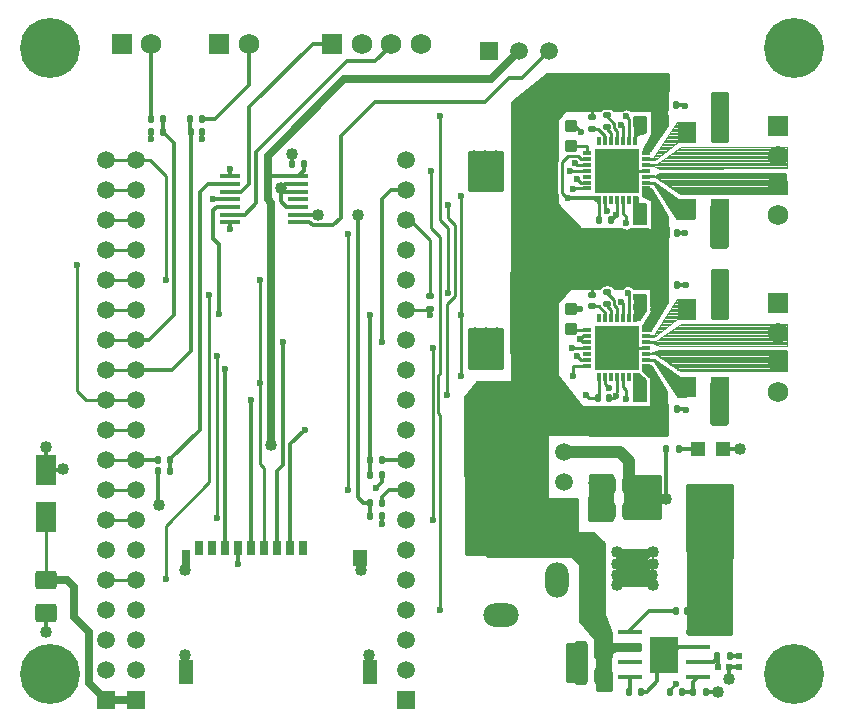
<source format=gbr>
G04 DipTrace 4.1.0.0*
G04 1 - Top.gbr*
%MOIN*%
G04 #@! TF.FileFunction,Copper,L1,Top*
G04 #@! TF.Part,Single*
%AMOUTLINE0*
4,1,28,
0.047441,-0.027165,
-0.047441,-0.027165,
-0.049988,-0.02683,
-0.052362,-0.025847,
-0.054401,-0.024283,
-0.055965,-0.022244,
-0.056948,-0.01987,
-0.057283,-0.017323,
-0.057283,0.017323,
-0.056948,0.01987,
-0.055965,0.022244,
-0.054401,0.024283,
-0.052362,0.025847,
-0.049988,0.02683,
-0.047441,0.027165,
0.047441,0.027165,
0.049988,0.02683,
0.052362,0.025847,
0.054401,0.024283,
0.055965,0.022244,
0.056948,0.01987,
0.057283,0.017323,
0.057283,-0.017323,
0.056948,-0.01987,
0.055965,-0.022244,
0.054401,-0.024283,
0.052362,-0.025847,
0.049988,-0.02683,
0.047441,-0.027165,
0*%
%AMOUTLINE3*
4,1,28,
-0.047441,0.027165,
0.047441,0.027165,
0.049988,0.02683,
0.052362,0.025847,
0.054401,0.024283,
0.055965,0.022244,
0.056948,0.01987,
0.057283,0.017323,
0.057283,-0.017323,
0.056948,-0.01987,
0.055965,-0.022244,
0.054401,-0.024283,
0.052362,-0.025847,
0.049988,-0.02683,
0.047441,-0.027165,
-0.047441,-0.027165,
-0.049988,-0.02683,
-0.052362,-0.025847,
-0.054401,-0.024283,
-0.055965,-0.022244,
-0.056948,-0.01987,
-0.057283,-0.017323,
-0.057283,0.017323,
-0.056948,0.01987,
-0.055965,0.022244,
-0.054401,0.024283,
-0.052362,0.025847,
-0.049988,0.02683,
-0.047441,0.027165,
0*%
%AMOUTLINE6*
4,1,28,
0.005315,-0.012008,
-0.005315,-0.012008,
-0.006742,-0.01182,
-0.008071,-0.011269,
-0.009212,-0.010394,
-0.010088,-0.009252,
-0.010639,-0.007923,
-0.010827,-0.006496,
-0.010827,0.006496,
-0.010639,0.007923,
-0.010088,0.009252,
-0.009212,0.010394,
-0.008071,0.011269,
-0.006742,0.01182,
-0.005315,0.012008,
0.005315,0.012008,
0.006742,0.01182,
0.008071,0.011269,
0.009212,0.010394,
0.010088,0.009252,
0.010639,0.007923,
0.010827,0.006496,
0.010827,-0.006496,
0.010639,-0.007923,
0.010088,-0.009252,
0.009212,-0.010394,
0.008071,-0.011269,
0.006742,-0.01182,
0.005315,-0.012008,
0*%
%AMOUTLINE9*
4,1,28,
-0.005315,0.012008,
0.005315,0.012008,
0.006742,0.01182,
0.008071,0.011269,
0.009212,0.010394,
0.010088,0.009252,
0.010639,0.007923,
0.010827,0.006496,
0.010827,-0.006496,
0.010639,-0.007923,
0.010088,-0.009252,
0.009212,-0.010394,
0.008071,-0.011269,
0.006742,-0.01182,
0.005315,-0.012008,
-0.005315,-0.012008,
-0.006742,-0.01182,
-0.008071,-0.011269,
-0.009212,-0.010394,
-0.010088,-0.009252,
-0.010639,-0.007923,
-0.010827,-0.006496,
-0.010827,0.006496,
-0.010639,0.007923,
-0.010088,0.009252,
-0.009212,0.010394,
-0.008071,0.011269,
-0.006742,0.01182,
-0.005315,0.012008,
0*%
%AMOUTLINE12*
4,1,28,
-0.012008,-0.005315,
-0.012008,0.005315,
-0.01182,0.006742,
-0.011269,0.008071,
-0.010394,0.009212,
-0.009252,0.010088,
-0.007923,0.010639,
-0.006496,0.010827,
0.006496,0.010827,
0.007923,0.010639,
0.009252,0.010088,
0.010394,0.009212,
0.011269,0.008071,
0.01182,0.006742,
0.012008,0.005315,
0.012008,-0.005315,
0.01182,-0.006742,
0.011269,-0.008071,
0.010394,-0.009212,
0.009252,-0.010088,
0.007923,-0.010639,
0.006496,-0.010827,
-0.006496,-0.010827,
-0.007923,-0.010639,
-0.009252,-0.010088,
-0.010394,-0.009212,
-0.011269,-0.008071,
-0.01182,-0.006742,
-0.012008,-0.005315,
0*%
%AMOUTLINE15*
4,1,28,
0.012008,0.005315,
0.012008,-0.005315,
0.01182,-0.006742,
0.011269,-0.008071,
0.010394,-0.009212,
0.009252,-0.010088,
0.007923,-0.010639,
0.006496,-0.010827,
-0.006496,-0.010827,
-0.007923,-0.010639,
-0.009252,-0.010088,
-0.010394,-0.009212,
-0.011269,-0.008071,
-0.01182,-0.006742,
-0.012008,-0.005315,
-0.012008,0.005315,
-0.01182,0.006742,
-0.011269,0.008071,
-0.010394,0.009212,
-0.009252,0.010088,
-0.007923,0.010639,
-0.006496,0.010827,
0.006496,0.010827,
0.007923,0.010639,
0.009252,0.010088,
0.010394,0.009212,
0.011269,0.008071,
0.01182,0.006742,
0.012008,0.005315,
0*%
%AMOUTLINE18*
4,1,28,
-0.009843,0.021654,
0.009843,0.021654,
0.01239,0.021318,
0.014764,0.020335,
0.016802,0.018771,
0.018366,0.016732,
0.01935,0.014358,
0.019685,0.011811,
0.019685,-0.011811,
0.01935,-0.014358,
0.018366,-0.016732,
0.016802,-0.018771,
0.014764,-0.020335,
0.01239,-0.021318,
0.009843,-0.021654,
-0.009843,-0.021654,
-0.01239,-0.021318,
-0.014764,-0.020335,
-0.016802,-0.018771,
-0.018366,-0.016732,
-0.01935,-0.014358,
-0.019685,-0.011811,
-0.019685,0.011811,
-0.01935,0.014358,
-0.018366,0.016732,
-0.016802,0.018771,
-0.014764,0.020335,
-0.01239,0.021318,
-0.009843,0.021654,
0*%
%AMOUTLINE21*
4,1,28,
0.025984,-0.031496,
-0.025984,-0.031496,
-0.02843,-0.031174,
-0.030709,-0.03023,
-0.032666,-0.028729,
-0.034167,-0.026772,
-0.035111,-0.024493,
-0.035433,-0.022047,
-0.035433,0.022047,
-0.035111,0.024493,
-0.034167,0.026772,
-0.032666,0.028729,
-0.030709,0.03023,
-0.02843,0.031174,
-0.025984,0.031496,
0.025984,0.031496,
0.02843,0.031174,
0.030709,0.03023,
0.032666,0.028729,
0.034167,0.026772,
0.035111,0.024493,
0.035433,0.022047,
0.035433,-0.022047,
0.035111,-0.024493,
0.034167,-0.026772,
0.032666,-0.028729,
0.030709,-0.03023,
0.02843,-0.031174,
0.025984,-0.031496,
0*%
%AMOUTLINE24*
4,1,28,
-0.012008,0.028937,
0.012008,0.028937,
0.014555,0.028602,
0.016929,0.027618,
0.018968,0.026054,
0.020532,0.024016,
0.021515,0.021642,
0.02185,0.019094,
0.02185,-0.019094,
0.021515,-0.021642,
0.020532,-0.024016,
0.018968,-0.026054,
0.016929,-0.027618,
0.014555,-0.028602,
0.012008,-0.028937,
-0.012008,-0.028937,
-0.014555,-0.028602,
-0.016929,-0.027618,
-0.018968,-0.026054,
-0.020532,-0.024016,
-0.021515,-0.021642,
-0.02185,-0.019094,
-0.02185,0.019094,
-0.021515,0.021642,
-0.020532,0.024016,
-0.018968,0.026054,
-0.016929,0.027618,
-0.014555,0.028602,
-0.012008,0.028937,
0*%
%AMOUTLINE27*
4,1,28,
0.012008,-0.028937,
-0.012008,-0.028937,
-0.014555,-0.028602,
-0.016929,-0.027618,
-0.018968,-0.026054,
-0.020532,-0.024016,
-0.021515,-0.021642,
-0.02185,-0.019094,
-0.02185,0.019094,
-0.021515,0.021642,
-0.020532,0.024016,
-0.018968,0.026054,
-0.016929,0.027618,
-0.014555,0.028602,
-0.012008,0.028937,
0.012008,0.028937,
0.014555,0.028602,
0.016929,0.027618,
0.018968,0.026054,
0.020532,0.024016,
0.021515,0.021642,
0.02185,0.019094,
0.02185,-0.019094,
0.021515,-0.021642,
0.020532,-0.024016,
0.018968,-0.026054,
0.016929,-0.027618,
0.014555,-0.028602,
0.012008,-0.028937,
0*%
%AMOUTLINE30*
4,1,28,
0.004921,-0.011614,
-0.004921,-0.011614,
-0.006144,-0.011453,
-0.007283,-0.010981,
-0.008262,-0.01023,
-0.009013,-0.009252,
-0.009485,-0.008113,
-0.009646,-0.00689,
-0.009646,0.00689,
-0.009485,0.008113,
-0.009013,0.009252,
-0.008262,0.01023,
-0.007283,0.010981,
-0.006144,0.011453,
-0.004921,0.011614,
0.004921,0.011614,
0.006144,0.011453,
0.007283,0.010981,
0.008262,0.01023,
0.009013,0.009252,
0.009485,0.008113,
0.009646,0.00689,
0.009646,-0.00689,
0.009485,-0.008113,
0.009013,-0.009252,
0.008262,-0.01023,
0.007283,-0.010981,
0.006144,-0.011453,
0.004921,-0.011614,
0*%
%AMOUTLINE33*
4,1,28,
-0.004921,0.011614,
0.004921,0.011614,
0.006144,0.011453,
0.007283,0.010981,
0.008262,0.01023,
0.009013,0.009252,
0.009485,0.008113,
0.009646,0.00689,
0.009646,-0.00689,
0.009485,-0.008113,
0.009013,-0.009252,
0.008262,-0.01023,
0.007283,-0.010981,
0.006144,-0.011453,
0.004921,-0.011614,
-0.004921,-0.011614,
-0.006144,-0.011453,
-0.007283,-0.010981,
-0.008262,-0.01023,
-0.009013,-0.009252,
-0.009485,-0.008113,
-0.009646,-0.00689,
-0.009646,0.00689,
-0.009485,0.008113,
-0.009013,0.009252,
-0.008262,0.01023,
-0.007283,0.010981,
-0.006144,0.011453,
-0.004921,0.011614,
0*%
%AMOUTLINE36*
4,1,28,
-0.011614,-0.004921,
-0.011614,0.004921,
-0.011453,0.006144,
-0.010981,0.007283,
-0.01023,0.008262,
-0.009252,0.009013,
-0.008113,0.009485,
-0.00689,0.009646,
0.00689,0.009646,
0.008113,0.009485,
0.009252,0.009013,
0.01023,0.008262,
0.010981,0.007283,
0.011453,0.006144,
0.011614,0.004921,
0.011614,-0.004921,
0.011453,-0.006144,
0.010981,-0.007283,
0.01023,-0.008262,
0.009252,-0.009013,
0.008113,-0.009485,
0.00689,-0.009646,
-0.00689,-0.009646,
-0.008113,-0.009485,
-0.009252,-0.009013,
-0.01023,-0.008262,
-0.010981,-0.007283,
-0.011453,-0.006144,
-0.011614,-0.004921,
0*%
%AMOUTLINE39*
4,1,28,
0.011614,0.004921,
0.011614,-0.004921,
0.011453,-0.006144,
0.010981,-0.007283,
0.01023,-0.008262,
0.009252,-0.009013,
0.008113,-0.009485,
0.00689,-0.009646,
-0.00689,-0.009646,
-0.008113,-0.009485,
-0.009252,-0.009013,
-0.01023,-0.008262,
-0.010981,-0.007283,
-0.011453,-0.006144,
-0.011614,-0.004921,
-0.011614,0.004921,
-0.011453,0.006144,
-0.010981,0.007283,
-0.01023,0.008262,
-0.009252,0.009013,
-0.008113,0.009485,
-0.00689,0.009646,
0.00689,0.009646,
0.008113,0.009485,
0.009252,0.009013,
0.01023,0.008262,
0.010981,0.007283,
0.011453,0.006144,
0.011614,0.004921,
0*%
%AMOUTLINE42*
4,1,28,
0.012205,0.005315,
0.012205,-0.005315,
0.01203,-0.00664,
0.011519,-0.007874,
0.010706,-0.008934,
0.009646,-0.009747,
0.008411,-0.010259,
0.007087,-0.010433,
-0.007087,-0.010433,
-0.008411,-0.010259,
-0.009646,-0.009747,
-0.010706,-0.008934,
-0.011519,-0.007874,
-0.01203,-0.00664,
-0.012205,-0.005315,
-0.012205,0.005315,
-0.01203,0.00664,
-0.011519,0.007874,
-0.010706,0.008934,
-0.009646,0.009747,
-0.008411,0.010259,
-0.007087,0.010433,
0.007087,0.010433,
0.008411,0.010259,
0.009646,0.009747,
0.010706,0.008934,
0.011519,0.007874,
0.01203,0.00664,
0.012205,0.005315,
0*%
%AMOUTLINE45*
4,1,28,
-0.012205,-0.005315,
-0.012205,0.005315,
-0.01203,0.00664,
-0.011519,0.007874,
-0.010706,0.008934,
-0.009646,0.009747,
-0.008411,0.010259,
-0.007087,0.010433,
0.007087,0.010433,
0.008411,0.010259,
0.009646,0.009747,
0.010706,0.008934,
0.011519,0.007874,
0.01203,0.00664,
0.012205,0.005315,
0.012205,-0.005315,
0.01203,-0.00664,
0.011519,-0.007874,
0.010706,-0.008934,
0.009646,-0.009747,
0.008411,-0.010259,
0.007087,-0.010433,
-0.007087,-0.010433,
-0.008411,-0.010259,
-0.009646,-0.009747,
-0.010706,-0.008934,
-0.011519,-0.007874,
-0.01203,-0.00664,
-0.012205,-0.005315,
0*%
%AMOUTLINE48*
4,1,28,
0.005315,-0.012205,
-0.005315,-0.012205,
-0.00664,-0.01203,
-0.007874,-0.011519,
-0.008934,-0.010706,
-0.009747,-0.009646,
-0.010259,-0.008411,
-0.010433,-0.007087,
-0.010433,0.007087,
-0.010259,0.008411,
-0.009747,0.009646,
-0.008934,0.010706,
-0.007874,0.011519,
-0.00664,0.01203,
-0.005315,0.012205,
0.005315,0.012205,
0.00664,0.01203,
0.007874,0.011519,
0.008934,0.010706,
0.009747,0.009646,
0.010259,0.008411,
0.010433,0.007087,
0.010433,-0.007087,
0.010259,-0.008411,
0.009747,-0.009646,
0.008934,-0.010706,
0.007874,-0.011519,
0.00664,-0.01203,
0.005315,-0.012205,
0*%
%AMOUTLINE51*
4,1,28,
-0.005315,0.012205,
0.005315,0.012205,
0.00664,0.01203,
0.007874,0.011519,
0.008934,0.010706,
0.009747,0.009646,
0.010259,0.008411,
0.010433,0.007087,
0.010433,-0.007087,
0.010259,-0.008411,
0.009747,-0.009646,
0.008934,-0.010706,
0.007874,-0.011519,
0.00664,-0.01203,
0.005315,-0.012205,
-0.005315,-0.012205,
-0.00664,-0.01203,
-0.007874,-0.011519,
-0.008934,-0.010706,
-0.009747,-0.009646,
-0.010259,-0.008411,
-0.010433,-0.007087,
-0.010433,0.007087,
-0.010259,0.008411,
-0.009747,0.009646,
-0.008934,0.010706,
-0.007874,0.011519,
-0.00664,0.01203,
-0.005315,0.012205,
0*%
G04 #@! TA.AperFunction,CopperBalancing*
%ADD13C,0.004724*%
%ADD16C,0.01*%
G04 #@! TA.AperFunction,Conductor*
%ADD17C,0.012*%
%ADD18C,0.009*%
G04 #@! TA.AperFunction,ViaPad*
%ADD19C,0.04*%
G04 #@! TA.AperFunction,CopperBalancing*
%ADD20C,0.025*%
%ADD21C,0.013*%
%ADD22C,0.008*%
%ADD23C,0.005906*%
%ADD24C,0.012008*%
%ADD25C,0.00472*%
%ADD27R,0.066929X0.098425*%
%ADD28R,0.098425X0.129921*%
G04 #@! TA.AperFunction,ComponentPad*
%ADD29R,0.059055X0.059055*%
%ADD30C,0.059055*%
%ADD31R,0.068898X0.068898*%
%ADD32C,0.068898*%
%ADD33O,0.11811X0.07874*%
%ADD34O,0.07874X0.11811*%
%ADD35R,0.074803X0.098425*%
%ADD36R,0.047244X0.047244*%
G04 #@! TA.AperFunction,ComponentPad*
%ADD37C,0.2*%
%ADD38R,0.062992X0.070866*%
%ADD39R,0.027559X0.051181*%
%ADD40R,0.047244X0.07874*%
%ADD41R,0.047244X0.055118*%
%ADD42R,0.031496X0.055118*%
%ADD45R,0.011811X0.027559*%
%ADD46R,0.027559X0.011811*%
%ADD47R,0.145669X0.145669*%
%ADD48R,0.084646X0.017717*%
%ADD49R,0.094488X0.122047*%
%ADD50R,0.070866X0.015748*%
G04 #@! TA.AperFunction,ViaPad*
%ADD51C,0.023622*%
%ADD108OUTLINE0*%
%ADD111OUTLINE3*%
%ADD114OUTLINE6*%
%ADD117OUTLINE9*%
%ADD120OUTLINE12*%
%ADD123OUTLINE15*%
%ADD126OUTLINE18*%
%ADD129OUTLINE21*%
%ADD132OUTLINE24*%
%ADD135OUTLINE27*%
%ADD138OUTLINE30*%
%ADD141OUTLINE33*%
%ADD144OUTLINE36*%
%ADD147OUTLINE39*%
%ADD150OUTLINE42*%
%ADD153OUTLINE45*%
%ADD156OUTLINE48*%
%ADD159OUTLINE51*%
%FSLAX26Y26*%
G04*
G70*
G90*
G75*
G01*
G04 Top*
%LPD*%
X2362028Y2109335D2*
D16*
X2351028D1*
D17*
Y2116016D1*
X2256516D1*
X1857516Y2094516D2*
D16*
Y2050516D1*
X1881516Y2026516D1*
Y1790016D1*
X1855516Y1764016D1*
Y1460016D1*
X2317266D2*
X2327017Y1450265D1*
X2357836D1*
X2362028Y2109335D2*
D18*
Y2044016D1*
X2362224D1*
X2357836Y1450265D2*
X2362028D1*
Y1518783D1*
X719016Y2244016D2*
D16*
X819016D1*
X2322656Y2247131D2*
D18*
X2302882D1*
X2292497Y2257516D1*
X2258898D1*
X2238398Y2237016D1*
Y2133134D1*
X2255516Y2116016D1*
X2256516D1*
X1245360Y950899D2*
D16*
Y1217672D1*
X1231516Y1231516D1*
Y1499016D1*
Y1843516D1*
X917266D2*
Y2191265D1*
X864516Y2244016D1*
X819016D1*
X2531119Y1112814D2*
D17*
X2585126Y1112227D1*
X2598320Y470713D2*
D16*
Y479320D1*
X2617016Y498016D1*
X2244009Y1269016D2*
D19*
X2431516D1*
X2461333Y1239198D1*
Y1161180D1*
X2585126Y1112227D2*
D17*
Y1280402D1*
X2586240Y1281516D1*
X1376693Y2231516D2*
Y2208042D1*
X1358189Y2189538D1*
X519016Y1210247D2*
Y1287766D1*
Y1210247D2*
X572745D1*
X575265Y1212766D1*
X1269016Y1294016D2*
D20*
Y2100266D1*
X1256516Y2112766D1*
Y2189538D1*
Y2256516D1*
X1512516Y2512516D1*
X2000516D1*
X2094016Y2606016D1*
X1358189Y2189538D2*
D17*
X1256516D1*
X2476001Y883286D2*
X2481917D1*
X2539885Y825319D1*
X2476001Y883286D2*
X2516675D1*
X2539484Y860476D1*
X2476001Y883286D2*
X2526037D1*
X2540251Y897500D1*
X2476001Y883286D2*
X2487749D1*
X2540068Y935605D1*
X2476001Y883286D2*
X2472979D1*
X2420451Y935814D1*
X2476001Y883286D2*
X2435056D1*
X2420634Y897709D1*
X2476001Y883286D2*
X2442469D1*
X2419867Y860685D1*
X2476001Y883286D2*
Y881261D1*
X2420268Y825528D1*
X2577677Y594705D2*
X2559533D1*
X2556031Y591203D1*
Y554849D1*
X2556253Y554627D1*
X2598276D1*
X2599068Y555420D1*
Y592165D1*
X2599337Y592434D1*
Y630790D1*
X2600946Y632399D1*
X2558505D1*
X2556919Y633986D1*
X2299890Y610681D2*
X2281727D1*
X2272043Y600997D1*
X2299890Y523126D2*
X2279933D1*
X2275457Y527602D1*
Y564909D1*
X2273751Y566615D1*
X2394404Y1161180D2*
X2350437D1*
X2346093Y1165524D1*
X2394404Y1161180D2*
X2390432D1*
X2346388Y1117136D1*
X2394404Y1074566D2*
X2349550D1*
X2349339Y1074354D1*
X2716835Y470804D2*
X2754727D1*
X2756516Y469016D1*
X2501791Y470713D2*
X2520713D1*
X2556253Y506253D1*
Y554627D1*
X2829008Y554077D2*
X2795308D1*
X2794623Y553392D1*
Y513130D1*
X2795694Y512059D1*
X2268516Y1746231D2*
X2298197D1*
X2298681Y1746715D1*
X2269016Y2357962D2*
X2280071D1*
X2300266Y2337766D1*
X2519504Y2207761D2*
D18*
X2425018D1*
X2421083Y2203825D1*
X2774594Y1281516D2*
D17*
X2831516D1*
X1358189Y2163948D2*
X1313946D1*
X1300265Y2150266D1*
X1358189Y2138357D2*
X1312175D1*
X1300265Y2150266D1*
X1358189Y2087176D2*
X1319605D1*
X1300265Y2106516D1*
Y2150266D1*
X1338110Y2231516D2*
Y2262421D1*
X1337766Y2262765D1*
X1158745Y950896D2*
Y896245D1*
X985524Y535539D2*
Y590008D1*
X981516Y594016D1*
X1596547Y535550D2*
Y591484D1*
X1594016Y594016D1*
X1563470Y917440D2*
Y880811D1*
X1569016Y875265D1*
X985517Y917429D2*
Y879266D1*
X981516Y875265D1*
X892491Y1206516D2*
Y1095541D1*
X894016Y1094016D1*
X2621476Y1825873D2*
X2648997D1*
X2649976Y1826852D1*
X2621476Y1412487D2*
X2651909D1*
X2652681Y1411715D1*
X2621476Y1999101D2*
X2647461D1*
X2649429Y2001070D1*
X2619609Y2427407D2*
X2646320D1*
X2649429Y2424298D1*
X868474Y2337766D2*
Y2313308D1*
X869016Y2312766D1*
X1038701Y2337766D2*
Y2313701D1*
X1037766Y2312766D1*
X1129843Y2189538D2*
Y2211093D1*
X1131516Y2212766D1*
X1129843Y2112766D2*
X1075265D1*
X1129850Y2035995D2*
Y2014432D1*
X1131516Y2012766D1*
X519016Y732648D2*
Y669016D1*
X1639291Y1056516D2*
Y1033041D1*
X1637766Y1031516D1*
X1639291Y1194016D2*
Y1170541D1*
X1619016Y1150265D1*
X2519504Y1617210D2*
D18*
X2421083D1*
X2690866Y619705D2*
D17*
X2626608D1*
X2599337Y592434D1*
X2396419Y1450265D2*
D18*
X2412462D1*
X2419469Y1457272D1*
X2421083Y1518783D2*
Y1469375D1*
X2419469Y1467761D1*
Y1457272D1*
X2322656Y1577840D2*
X2300988D1*
X2289215Y1589613D1*
X2322656Y1636895D2*
X2308635D1*
X2298592Y1646938D1*
X2322656Y1656580D2*
X2308234D1*
X2298592Y1646938D1*
X2440768Y1715631D2*
Y1766764D1*
X2436016Y1771516D1*
X2400807Y2044016D2*
X2401306D1*
X2417010Y2059720D1*
X2421083Y2109335D2*
Y2063793D1*
X2417010Y2059720D1*
X2322656Y2168391D2*
X2299906D1*
X2288643Y2179654D1*
X2322656Y2227446D2*
X2287955D1*
X2282785Y2232617D1*
X2440768Y2306182D2*
Y2356144D1*
X2436395Y2360517D1*
X719016Y1044016D2*
D16*
X819016D1*
X2381713Y1518783D2*
Y1498319D1*
X2395016Y1485016D1*
X1087765Y1590016D2*
Y1050265D1*
X719016Y1344016D2*
X819016D1*
X2440768Y1518783D2*
D18*
Y1486476D1*
X2451937Y1475307D1*
Y1447017D1*
X1288667Y950899D2*
D17*
Y1207416D1*
X1306516Y1225265D1*
Y1637766D1*
X1637765D2*
Y2112765D1*
X1669016Y2144016D1*
X1719016D1*
X1039291Y2381516D2*
X1081516D1*
X1193228Y2493228D1*
Y2631516D1*
X867490Y2381516D2*
Y2630777D1*
X868228Y2631516D1*
X2322656Y1617210D2*
D18*
X2270312D1*
X1806516Y1616016D2*
Y1044016D1*
X1719016Y1744016D2*
D16*
X1793542D1*
X1798016Y1748490D1*
D18*
Y1726516D1*
X1901016D2*
Y1522016D1*
X2275600D2*
Y1558155D1*
X2322656D1*
X1901016Y1726516D2*
Y2122016D1*
X2276378Y2146404D2*
X2274076Y2148706D1*
X2322656D1*
X1331974Y950900D2*
D17*
Y1295283D1*
X1380206Y1343516D1*
X1202052Y950898D2*
Y1442230D1*
X1200266Y1444016D1*
X2322656Y2207761D2*
D18*
X2263192D1*
X1803016Y2206516D2*
Y2017016D1*
X1831516Y1988516D1*
Y1531516D1*
X1826016Y1526016D1*
Y1400516D1*
X1831516Y1395016D1*
Y744016D1*
X1115438Y950896D2*
D17*
Y1546948D1*
X719016Y1144016D2*
D16*
X819016D1*
X2381713Y2109335D2*
D18*
Y2081319D1*
X2388766Y2074265D1*
X1525265Y1996265D2*
Y1144016D1*
X719016Y1444016D2*
D16*
X819016D1*
X2440768Y2109335D2*
D18*
Y2065608D1*
X2451745Y2054630D1*
Y2033745D1*
X621516Y1892265D2*
Y1473016D1*
X650516Y1444016D1*
X719016D1*
X2381713Y1715631D2*
Y1734319D1*
X2360608Y1755424D1*
X2338106D1*
X2464488Y669705D2*
D17*
Y676988D1*
X2527647Y740147D1*
X2616486D1*
X719016Y1244016D2*
D16*
X819016D1*
D17*
X892491D1*
X2638871Y470713D2*
X2676192D1*
X2676283Y470804D1*
Y505122D1*
X2690866Y519705D1*
X2480138Y1518783D2*
D18*
Y1487302D1*
X2485269Y1482171D1*
X2508861D1*
X2509016Y1482016D1*
X2484016Y1447516D2*
X2508016D1*
X2464488Y519705D2*
D17*
Y473961D1*
X2461240Y470713D1*
X719016Y1544016D2*
D16*
X819016D1*
X998740Y2381516D2*
D17*
Y2339144D1*
X1000118Y2337766D1*
X819016Y1544016D2*
X937765D1*
X1000265Y1606516D1*
Y2337619D1*
X1000118Y2337766D1*
X2690866Y569705D2*
X2743327D1*
X2755950Y582328D1*
Y591231D1*
X2757615Y553392D2*
Y589566D1*
X2755950Y591231D1*
X2796501D2*
X2828862D1*
X2829008Y591085D1*
X1719016Y1144016D2*
X1662766D1*
X1639291Y1120541D1*
Y1100265D1*
X1358189Y2035995D2*
X1395786D1*
X1406516Y2025265D1*
X1474808D1*
X1500265Y2050722D1*
Y2324811D1*
X1613220Y2437766D1*
X1981766D1*
X2060516Y2516516D1*
X2104516D1*
X2194016Y2606016D1*
X2322656Y1676265D2*
D18*
X2271552D1*
X2268516Y1679302D1*
X1798016Y1789041D2*
D16*
Y1976516D1*
X1730516Y2044016D1*
X1719016D1*
Y1244016D2*
D17*
X1639291D1*
X2269016Y2291033D2*
D18*
X2322656D1*
Y2266816D1*
X2381713Y2306182D2*
Y2322819D1*
X2357058Y2347474D1*
X2339715D1*
X719016Y2044016D2*
D16*
X819016D1*
X719016Y1844016D2*
X819016D1*
X719016Y1644016D2*
X819016D1*
X908041Y2381516D2*
D17*
Y2338751D1*
X907056Y2337766D1*
X819016Y1644016D2*
X862766D1*
X944016Y1725265D1*
Y2300807D1*
X907056Y2337766D1*
X719016Y1744016D2*
D16*
X819016D1*
X2626791Y1281516D2*
D17*
X2691917D1*
X2401398Y1715631D2*
D18*
Y1742037D1*
X2387016Y1756419D1*
Y1765052D1*
X2421083Y1715631D2*
Y1749949D1*
X2411516Y1759516D1*
Y1776429D1*
X2387016Y1800929D1*
Y1803635D1*
X2401398Y2306182D2*
Y2332634D1*
X2386505Y2347526D1*
Y2354430D1*
X2421083Y2306182D2*
Y2340070D1*
X2412016Y2349136D1*
Y2364983D1*
X2386505Y2390493D1*
Y2393013D1*
X719016Y1944016D2*
D16*
X819016D1*
X719016Y2144016D2*
X819016D1*
X1129843Y2138357D2*
D17*
X1169608D1*
X1194016Y2162765D1*
Y2419016D1*
X1406516Y2631516D1*
X1471378D1*
X1129843Y2061585D2*
X1180336D1*
X1219016Y2100265D1*
Y2269016D1*
X1522016Y2572016D1*
X1615766D1*
X1668228Y2624478D1*
Y2631516D1*
X1598740Y1194016D2*
Y1244016D1*
Y1726791D1*
X1094016Y1731516D2*
Y1962765D1*
X1075265Y1981516D1*
Y2075265D1*
X1087176Y2087176D1*
X1129843D1*
X933042Y1244016D2*
Y1245542D1*
X1031516Y1344016D1*
Y2138491D1*
X1056972Y2163948D1*
X1129843D1*
X933042Y1206516D2*
Y1244016D1*
X1598740Y1056516D2*
Y1100265D1*
X1575266D1*
X1556516Y1119016D1*
Y2061585D1*
X1425260D2*
X1358189D1*
X719016Y444016D2*
D20*
X662766Y500265D1*
Y669014D1*
X612765Y719016D1*
Y819016D1*
X588896Y842885D1*
X519016D1*
D16*
Y1052766D1*
X719016Y444016D2*
D20*
X819016D1*
X2460453Y2306182D2*
D18*
X2461516D1*
Y2381016D1*
X2453016Y2389516D1*
X1832016D2*
Y2043016D1*
X1856516Y2018516D1*
Y1801016D1*
X2457016D2*
X2460453Y1797579D1*
Y1715631D1*
X719016Y844016D2*
D16*
X819016D1*
X1062765Y1794765D2*
Y1169014D1*
X917266Y1023516D1*
Y845766D1*
X2339715Y2386056D2*
Y2422016D1*
X2356265D1*
X2338106Y1794007D2*
D18*
Y1827726D1*
X2342253Y1831873D1*
D51*
X2256516Y2116016D3*
X1857516Y2094516D3*
X1855516Y1460016D3*
X2317266D3*
X1231516Y1499016D3*
X1855516Y1460016D3*
X1231516Y1843516D3*
X917266D3*
X2617016Y498016D3*
X1158745Y896245D3*
X1087765Y1590016D3*
Y1050265D3*
X2451937Y1447017D3*
X1306516Y1637766D3*
X1637765D3*
X2270312Y1617210D3*
X1806516Y1616016D3*
Y1044016D3*
X1798016Y1726516D3*
X1901016D3*
Y1522016D3*
X2275600D3*
X1901016Y2122016D3*
X2276378Y2146404D3*
X1901016Y1726516D3*
X1380206Y1343516D3*
X1200266Y1444016D3*
X2263192Y2207761D3*
X1803016Y2206516D3*
X1831516Y744016D3*
X1115438Y1546948D3*
X2388766Y2074265D3*
X1525265Y1996265D3*
Y1144016D3*
X2451745Y2033745D3*
X621516Y1892265D3*
X1598740Y1726791D3*
X1094016Y1731516D3*
D19*
X1556516Y2061585D3*
X1425260D3*
D51*
X2453016Y2389516D3*
X1832016D3*
X1856516Y1801016D3*
X2457016D3*
X1062765Y1794765D3*
X917266Y845766D3*
X1856516Y1801016D3*
X2485269Y1482171D3*
X2780177Y1827715D3*
X2395016Y1485016D3*
X2484016Y1447516D3*
X2747854Y1408550D3*
X2779350D3*
X2747854Y1373117D3*
X2779350D3*
X2485681Y1785715D3*
Y1752715D3*
X2509181Y1785715D3*
X2509681Y1752715D3*
X2748681Y1863148D3*
X2780177D3*
X2748681Y1827715D3*
D19*
X2585126Y1112227D3*
X2795694Y512059D3*
X2540068Y935605D3*
X2540251Y897500D3*
X2539484Y860476D3*
X2539885Y825319D3*
X2420451Y935814D3*
X2420634Y897709D3*
X2419867Y860685D3*
X2420268Y825528D3*
X2600946Y632399D3*
X2556919Y633986D3*
X2556031Y591203D3*
X2599337Y592434D3*
X2599068Y555420D3*
X2556253Y554627D3*
D51*
X2649976Y1826852D3*
X2652681Y1411715D3*
X2298681Y1746715D3*
D19*
X1947681Y1666715D3*
X1983681Y1665715D3*
X2021681D3*
D51*
X2300266Y2337766D3*
D19*
X2346093Y1165524D3*
X2346388Y1117136D3*
X2349339Y1074354D3*
X2756516Y469016D3*
X2272043Y600997D3*
X2273751Y566615D3*
X2275457Y527602D3*
X1947681Y1565715D3*
X1985681Y1564715D3*
X2023681Y1565715D3*
X1945713Y2257266D3*
X1981713Y2256266D3*
X2019713D3*
X1945713Y2156266D3*
X1983713Y2155266D3*
X2021713Y2156266D3*
X2831516Y1281516D3*
D51*
X2747854Y1999101D3*
X2779350D3*
X2747854Y1963668D3*
X2779350D3*
X2748681Y2453699D3*
X2780177D3*
X2748681Y2418266D3*
X2780177D3*
D19*
X1300265Y2150266D3*
X1337766Y2262765D3*
X981516Y594016D3*
Y875265D3*
X1569016D3*
X1594016Y594016D3*
X894016Y1094016D3*
D51*
X1637766Y1031516D3*
X2487224Y2073117D3*
X2509272Y2040833D3*
X2510059Y2072329D3*
X2486437Y2040833D3*
X2486181Y2376266D3*
X2487507Y2343266D3*
X2510681Y2376266D3*
X2510507Y2343266D3*
X1619016Y1150265D3*
D19*
X1269016Y1294016D3*
X519016Y1287766D3*
X575265Y1212766D3*
D51*
X869016Y2312766D3*
X1037766D3*
X1131516Y2212766D3*
X1075265Y2112766D3*
X1131516Y2012766D3*
D19*
X519016Y669016D3*
D51*
X2509016Y1482016D3*
X2508016Y1447516D3*
X2419469Y1457272D3*
X2289215Y1589613D3*
X2298592Y1646938D3*
X2436016Y1771516D3*
X2649429Y2001070D3*
Y2424298D3*
X2417010Y2059720D3*
X2288643Y2179654D3*
X2282785Y2232617D3*
X2436395Y2360517D3*
X2362028Y2148707D3*
Y2176266D3*
Y2203825D3*
Y2235322D3*
Y2262881D3*
X2421083Y2148707D3*
Y2176266D3*
Y2203825D3*
Y2235322D3*
Y2266818D3*
X2480138Y2148707D3*
Y2180203D3*
Y2239259D3*
Y2266818D3*
X2372041Y1568169D3*
Y1618281D3*
Y1662316D3*
X2421083Y1568169D3*
Y1618281D3*
Y1666253D3*
X2470125Y1568169D3*
X2457713Y1617211D3*
X2470125Y1666253D3*
X2658852Y1145413D2*
D21*
X2803073D1*
X2659017Y1132545D2*
X2802959D1*
X2659182Y1119676D2*
X2802845D1*
X2659348Y1106807D2*
X2802731D1*
X2659512Y1093938D2*
X2802604D1*
X2659677Y1081070D2*
X2802490D1*
X2659843Y1068201D2*
X2802375D1*
X2660008Y1055332D2*
X2802261D1*
X2660172Y1042463D2*
X2802147D1*
X2660337Y1029594D2*
X2802033D1*
X2660503Y1016726D2*
X2801919D1*
X2660668Y1003857D2*
X2801803D1*
X2660832Y990988D2*
X2801689D1*
X2660997Y978119D2*
X2801575D1*
X2661163Y965251D2*
X2801461D1*
X2661328Y952382D2*
X2801346D1*
X2661492Y939513D2*
X2801232D1*
X2661657Y926644D2*
X2801118D1*
X2661823Y913776D2*
X2801004D1*
X2661988Y900907D2*
X2800890D1*
X2662152Y888038D2*
X2800776D1*
X2662318Y875169D2*
X2800661D1*
X2662483Y862301D2*
X2800547D1*
X2662648Y849432D2*
X2800433D1*
X2662812Y836563D2*
X2800319D1*
X2662978Y823694D2*
X2800205D1*
X2663143Y810825D2*
X2800091D1*
X2663308Y797957D2*
X2799975D1*
X2663474Y785088D2*
X2799861D1*
X2663638Y772219D2*
X2799747D1*
X2663803Y759350D2*
X2799633D1*
X2663969Y746482D2*
X2799518D1*
X2664134Y733613D2*
X2799404D1*
X2664298Y720744D2*
X2799290D1*
X2664311Y707875D2*
X2799176D1*
X2664311Y695007D2*
X2799062D1*
X2664311Y682138D2*
X2798948D1*
X2664311Y669269D2*
X2798833D1*
X2663014Y719110D2*
X2657390Y1158282D1*
X2804483D1*
X2800072Y663016D1*
X2663016Y663020D1*
X2663014Y719110D1*
X2663016Y719017D2*
Y712765D1*
Y719017D1*
X2334639Y1176248D2*
X2404936D1*
X2334601Y1163379D2*
X2404911D1*
X2334551Y1150510D2*
X2404886D1*
X2334500Y1137642D2*
X2404860D1*
X2334449Y1124773D2*
X2404848D1*
X2334411Y1111904D2*
X2404822D1*
X2334361Y1099035D2*
X2404797D1*
X2334310Y1086167D2*
X2404772D1*
X2334259Y1073298D2*
X2404745D1*
X2334207Y1060429D2*
X2404720D1*
X2334169Y1047560D2*
X2404696D1*
X2406262Y1189094D2*
X2333392Y1188845D1*
X2332849Y1043280D1*
X2405991Y1042021D1*
X2406261Y1189096D1*
X2360286Y615493D2*
X2496256D1*
X2360286Y602625D2*
X2403846D1*
X2360286Y589756D2*
X2398438D1*
X2360286Y576887D2*
X2398465D1*
X2360286Y564018D2*
X2398503D1*
X2360286Y551150D2*
X2398541D1*
X2360286Y538281D2*
X2398579D1*
X2360286Y525412D2*
X2398604D1*
X2360286Y512543D2*
X2398642D1*
X2360286Y499675D2*
X2398680D1*
X2360286Y486806D2*
X2398705D1*
X2418579Y610207D2*
X2402891Y601346D1*
X2400564Y598966D1*
X2399720Y595747D1*
X2400042Y476556D1*
X2358980Y476766D1*
X2358986Y628362D1*
X2497555Y628357D1*
X2497556Y611047D1*
X2421777D1*
X2418579Y610207D1*
X2259636Y613327D2*
X2318025D1*
X2259661Y600458D2*
X2317949D1*
X2259686Y587589D2*
X2317885D1*
X2259713Y574720D2*
X2317808D1*
X2259738Y561852D2*
X2317745D1*
X2259764Y548983D2*
X2317669D1*
X2259789Y536114D2*
X2317593D1*
X2259814Y523245D2*
X2317529D1*
X2259827Y510377D2*
X2317453D1*
X2319402Y626175D2*
X2258312Y625972D1*
X2258413Y573904D1*
X2258537Y507705D1*
X2318731Y507101D1*
X2319133Y578678D1*
X2319395Y626177D1*
X2546241Y1600147D2*
D22*
X2987203D1*
X2557022Y1592278D2*
X2987197D1*
X2568546Y1584409D2*
X2987189D1*
X2580070Y1576541D2*
X2987181D1*
X2591585Y1568672D2*
X2987173D1*
X2603109Y1560803D2*
X2987173D1*
X2614633Y1552934D2*
X2987165D1*
X2626156Y1545066D2*
X2987157D1*
X2535588Y1598017D2*
X2509815Y1598450D1*
X2509718Y1596467D1*
X2549703Y1596012D1*
X2551656Y1595395D1*
X2604556Y1559269D1*
X2634916Y1538535D1*
X2987949Y1538534D1*
X2988012Y1607521D1*
X2566161Y1608014D1*
X2545442Y1601106D1*
Y1599144D1*
X2539549D1*
X2536789Y1598224D1*
X2535588Y1598017D1*
X2551878Y1568147D2*
D16*
X2559282D1*
X2558373Y1558278D2*
X2573150D1*
X2564877Y1548409D2*
X2587017D1*
X2571370Y1538541D2*
X2600874D1*
X2577865Y1528672D2*
X2614741D1*
X2584358Y1518803D2*
X2628609D1*
X2590862Y1508934D2*
X2677329D1*
X2597357Y1499066D2*
X2677037D1*
X2603850Y1489197D2*
X2676734D1*
X2610354Y1479328D2*
X2676441D1*
X2616849Y1469459D2*
X2676147D1*
X2623343Y1459591D2*
X2675854D1*
X2631930Y1517635D2*
X2630932Y1517970D1*
X2630117Y1518442D1*
X2546442Y1577999D1*
X2530780Y1577818D1*
X2542140Y1577514D1*
X2542848Y1577446D1*
X2543861Y1577163D1*
X2544793Y1576673D1*
X2545602Y1576000D1*
X2546192Y1575265D1*
X2623677Y1457567D1*
X2676827Y1458621D1*
X2678535Y1515895D1*
X2632846Y1517518D1*
X2631930Y1517635D1*
X2479573Y1523289D2*
D23*
X2500377D1*
X2479585Y1517514D2*
X2506940D1*
X2479597Y1511740D2*
X2513503D1*
X2479608Y1505966D2*
X2515965D1*
X2479619Y1500192D2*
X2515965D1*
X2479631Y1494417D2*
X2515965D1*
X2479643Y1488643D2*
X2515965D1*
X2479655Y1482869D2*
X2515965D1*
X2479665Y1477094D2*
X2515965D1*
X2479677Y1471320D2*
X2515965D1*
X2479689Y1465546D2*
X2515965D1*
X2479701Y1459772D2*
X2515965D1*
X2479711Y1453997D2*
X2515965D1*
X2479723Y1448223D2*
X2515965D1*
X2479730Y1442449D2*
X2515965D1*
X2478974Y1529063D2*
X2479148Y1439060D1*
X2516552Y1439062D1*
X2516555Y1471466D1*
Y1509579D1*
X2494404Y1529062D1*
X2478975Y1529063D1*
X2514101Y1544135D2*
D24*
X2538295D1*
X2523388Y1532259D2*
X2545636D1*
X2535736Y1520382D2*
X2552966D1*
X2540240Y1508505D2*
X2560306D1*
X2540286Y1496629D2*
X2567635D1*
X2540333Y1484752D2*
X2574965D1*
X2540381Y1472875D2*
X2582304D1*
X2540428Y1460999D2*
X2585060D1*
X2540474Y1449122D2*
X2585377D1*
X2540521Y1437245D2*
X2585706D1*
X2540568Y1425369D2*
X2586022D1*
X2540615Y1413492D2*
X2586339D1*
X2540661Y1401615D2*
X2586655D1*
X2537171Y1517850D2*
X2512965Y1541121D1*
X2512692Y1553681D1*
X2533609Y1553677D1*
X2586058Y1468734D1*
X2588146Y1390992D1*
X2539496Y1391461D1*
X2539016Y1513747D1*
X2538113Y1516688D1*
X2537171Y1517850D1*
X2747115Y1469606D2*
D20*
X2780098D1*
X2747115Y1444738D2*
X2780098D1*
X2747115Y1419869D2*
X2780098D1*
X2747115Y1395000D2*
X2780098D1*
X2747115Y1370131D2*
X2780098D1*
X2744606Y1494471D2*
Y1369864D1*
X2782602Y1369869D1*
X2782598Y1494476D1*
X2744602Y1494475D1*
X2628231Y1692940D2*
D25*
X2989118D1*
X2621575Y1688350D2*
X2989118D1*
X2614919Y1683761D2*
X2989118D1*
X2608261Y1679172D2*
X2989118D1*
X2601605Y1674583D2*
X2989118D1*
X2594949Y1669993D2*
X2989118D1*
X2588291Y1665404D2*
X2989118D1*
X2581635Y1660814D2*
X2989118D1*
X2574983Y1656224D2*
X2989118D1*
X2568327Y1651635D2*
X2989118D1*
X2561669Y1647046D2*
X2989118D1*
X2555013Y1642457D2*
X2989118D1*
X2508850Y1637867D2*
X2989118D1*
X2540215Y1633278D2*
X2989118D1*
X2554224Y1628689D2*
X2989118D1*
X2807655Y1624100D2*
X2989118D1*
X2989588Y1623517D2*
Y1697528D1*
X2634416D1*
X2550356Y1639572D1*
X2549217Y1639164D1*
X2544266Y1639155D1*
X2508377D1*
Y1634377D1*
X2536017Y1634375D1*
X2538822Y1633580D1*
X2565398Y1624874D1*
X2989589Y1623516D1*
X2620520Y1775610D2*
D13*
X2682026D1*
X2617581Y1771017D2*
X2682026D1*
X2614647Y1766424D2*
X2682026D1*
X2611713Y1761831D2*
X2682026D1*
X2608778Y1757238D2*
X2682026D1*
X2605844Y1752644D2*
X2682026D1*
X2602909Y1748051D2*
X2682026D1*
X2599971Y1743458D2*
X2682026D1*
X2597037Y1738865D2*
X2682026D1*
X2594102Y1734272D2*
X2682026D1*
X2591168Y1729678D2*
X2682026D1*
X2588234Y1725085D2*
X2682026D1*
X2585299Y1720492D2*
X2682026D1*
X2582360Y1715899D2*
X2682026D1*
X2579427Y1711306D2*
X2618315D1*
X2576492Y1706713D2*
X2612470D1*
X2573558Y1702119D2*
X2606625D1*
X2570623Y1697526D2*
X2600780D1*
X2567689Y1692933D2*
X2594933D1*
X2564749Y1688340D2*
X2589088D1*
X2561815Y1683747D2*
X2583243D1*
X2558881Y1679154D2*
X2577396D1*
X2555948Y1674560D2*
X2571551D1*
X2553013Y1669967D2*
X2565706D1*
X2550079Y1665374D2*
X2559856D1*
X2547139Y1660781D2*
X2554010D1*
X2507328Y1656188D2*
X2548164D1*
X2546009Y1659749D2*
X2622322Y1779175D1*
X2682500Y1780164D1*
X2682499Y1714073D1*
X2623446Y1714377D1*
X2622286Y1714033D1*
X2622052Y1713870D1*
X2545711Y1653887D1*
X2506652Y1654348D1*
X2507129Y1658654D1*
X2544097Y1658655D1*
X2545256Y1659005D1*
X2546009Y1659749D1*
X2573408Y1829846D2*
D16*
X2587551D1*
X2551084Y1819978D2*
X2587463D1*
X2537060Y1810109D2*
X2587375D1*
X2537119Y1800240D2*
X2587287D1*
X2537178Y1790371D2*
X2587199D1*
X2537236Y1780503D2*
X2587112D1*
X2537306Y1770634D2*
X2586516D1*
X2537364Y1760765D2*
X2580392D1*
X2537627Y1750896D2*
X2574280D1*
X2537480Y1741028D2*
X2568156D1*
X2535440Y1731159D2*
X2562034D1*
X2529551Y1721290D2*
X2555920D1*
X2523652Y1711421D2*
X2549798D1*
X2517764Y1701552D2*
X2543684D1*
X2511875Y1691684D2*
X2537560D1*
X2510118Y1681815D2*
X2531438D1*
X2536392Y1755953D2*
X2536692Y1752715D1*
X2536430Y1749895D1*
X2536516Y1736047D1*
X2535874Y1733566D1*
X2509115Y1688739D1*
X2509117Y1678482D1*
X2529951Y1677806D1*
X2588030Y1771465D1*
X2588613Y1837007D1*
X2536035Y1813768D1*
X2536392Y1755953D1*
X2481930Y1784147D2*
X2512518D1*
X2481882Y1774278D2*
X2512518D1*
X2481823Y1764409D2*
X2512518D1*
X2481774Y1754541D2*
X2512518D1*
X2481717Y1744672D2*
X2512518D1*
X2481667Y1734803D2*
X2506483D1*
X2481609Y1724934D2*
X2500322D1*
X2481559Y1715066D2*
X2494150D1*
X2480988Y1794012D2*
X2480543Y1712018D1*
X2493243Y1712016D1*
X2513514Y1744449D1*
X2513516Y1794016D1*
X2480991D1*
X2739686Y1865846D2*
X2786768D1*
X2739686Y1855978D2*
X2786827D1*
X2739686Y1846109D2*
X2786886D1*
X2739686Y1836240D2*
X2786944D1*
X2739686Y1826371D2*
X2787003D1*
X2739686Y1816503D2*
X2787060D1*
X2739686Y1806634D2*
X2787119D1*
X2739686Y1796765D2*
X2787178D1*
X2739686Y1786896D2*
X2787236D1*
X2739686Y1777028D2*
X2787295D1*
X2739686Y1767159D2*
X2787354D1*
X2739686Y1757290D2*
X2787412D1*
X2739686Y1747421D2*
X2787471D1*
X2739686Y1737552D2*
X2787530D1*
X2739686Y1727684D2*
X2787588D1*
X2739686Y1717815D2*
X2787647D1*
X2738681Y1717633D2*
X2788655Y1716799D1*
X2788148Y1801655D1*
X2787710Y1875711D1*
X2738677Y1875715D1*
X2738681Y1760774D1*
Y1717634D1*
X2070579Y1859647D2*
X2588677D1*
X2070629Y1849778D2*
X2588677D1*
X2070677Y1839909D2*
X2588677D1*
X2070717Y1830041D2*
X2588677D1*
X2070765Y1820172D2*
X2363315D1*
X2410717D2*
X2438423D1*
X2475609D2*
X2588677D1*
X2070804Y1810303D2*
X2259214D1*
X2070853Y1800434D2*
X2250581D1*
X2070902Y1790566D2*
X2241949D1*
X2070941Y1780697D2*
X2233306D1*
X2070990Y1770828D2*
X2224673D1*
X2071029Y1760959D2*
X2219262D1*
X2071077Y1751091D2*
X2219262D1*
X2071126Y1741222D2*
X2219262D1*
X2071165Y1731353D2*
X2219262D1*
X2071214Y1721484D2*
X2219262D1*
X2071253Y1711615D2*
X2219262D1*
X2071302Y1701747D2*
X2219262D1*
X2071341Y1691878D2*
X2219262D1*
X2071390Y1682009D2*
X2219262D1*
X2071438Y1672140D2*
X2219262D1*
X2071478Y1662272D2*
X2219262D1*
X2071526Y1652403D2*
X2219262D1*
X2071566Y1642534D2*
X2219262D1*
X2071614Y1632665D2*
X2219262D1*
X2071663Y1622797D2*
X2219262D1*
X2071702Y1612928D2*
X2219262D1*
X2071751Y1603059D2*
X2219262D1*
X2071790Y1593190D2*
X2219262D1*
X2071839Y1583322D2*
X2219262D1*
X2071888Y1573453D2*
X2219262D1*
X2071927Y1563584D2*
X2219262D1*
X2071975Y1553715D2*
X2219262D1*
X2072014Y1543846D2*
X2219262D1*
X2072063Y1533978D2*
X2219262D1*
X2072102Y1524109D2*
X2223638D1*
X2072151Y1514240D2*
X2231177D1*
X2072201Y1504371D2*
X2238726D1*
X2072239Y1494503D2*
X2246274D1*
X2072289Y1484634D2*
X2253823D1*
X2072327Y1474765D2*
X2261373D1*
X2072377Y1464896D2*
X2268911D1*
X2072425Y1455028D2*
X2276461D1*
X2072465Y1445159D2*
X2284009D1*
X2072513Y1435290D2*
X2291558D1*
X2072552Y1425421D2*
X2299106D1*
X2072601Y1415552D2*
X2585815D1*
X2072650Y1405684D2*
X2585933D1*
X2072689Y1395815D2*
X2586059D1*
X2072738Y1385946D2*
X2586186D1*
X2072777Y1376077D2*
X2586314D1*
X2072825Y1366209D2*
X2586441D1*
X2072865Y1356340D2*
X2586567D1*
X2072913Y1346471D2*
X2586694D1*
X2072962Y1336602D2*
X2586822D1*
X2548217Y1326734D2*
X2586949D1*
X2363031Y1818041D2*
X2268828Y1817762D1*
X2266378Y1817013D1*
X2265247Y1816052D1*
X2221391Y1765927D1*
X2220335Y1763592D1*
X2220265Y1762759D1*
X2220268Y1531343D1*
X2221010Y1528890D1*
X2221301Y1528470D1*
X2302651Y1422092D1*
X2304731Y1420594D1*
X2306533Y1420265D1*
X2586744Y1420717D1*
X2587948Y1326539D1*
X2071993Y1328988D1*
X2069541Y1869508D1*
X2589681Y1868715D1*
Y1818701D1*
X2476311Y1818373D1*
X2475874Y1818930D1*
X2472142Y1822176D1*
X2467865Y1824656D1*
X2463194Y1826282D1*
X2458301Y1826995D1*
X2453361Y1826769D1*
X2448554Y1825612D1*
X2444051Y1823566D1*
X2440018Y1820705D1*
X2437543Y1818257D1*
X2413934Y1818189D1*
X2410253Y1819357D1*
X2407105Y1823224D1*
X2403088Y1826180D1*
X2398458Y1828031D1*
X2393512Y1828661D1*
X2380520D1*
X2376619Y1828272D1*
X2371895Y1826675D1*
X2367723Y1823944D1*
X2364367Y1820248D1*
X2363031Y1818041D1*
X1929686Y1670846D2*
X2037676D1*
X1929686Y1660978D2*
X2037676D1*
X1929686Y1651109D2*
X2037676D1*
X1929686Y1641240D2*
X2037676D1*
X1929686Y1631371D2*
X2037676D1*
X1929686Y1621503D2*
X2037676D1*
X1929686Y1611634D2*
X2037676D1*
X1929686Y1601765D2*
X2037676D1*
X1929686Y1591896D2*
X2037676D1*
X1929686Y1582028D2*
X2037676D1*
X1929686Y1572159D2*
X2037676D1*
X1929686Y1562290D2*
X2037676D1*
X1929686Y1552421D2*
X2037676D1*
X1928681Y1551713D2*
X1928686Y1680715D1*
X2038681Y1680718D1*
X2038676Y1551715D1*
X1928686D1*
X2550992Y2190647D2*
D22*
X2985501D1*
X2555734Y2182778D2*
X2985697D1*
X2567781Y2174909D2*
X2985899D1*
X2579835Y2167041D2*
X2986094D1*
X2591882Y2159172D2*
X2986290D1*
X2603937Y2151303D2*
X2986486D1*
X2615984Y2143434D2*
X2986689D1*
X2628038Y2135566D2*
X2986883D1*
X2545442Y2189955D2*
Y2189696D1*
X2534752D1*
X2510514Y2189110D1*
X2510516Y2186517D1*
X2548009Y2186516D1*
X2545442Y2189955D1*
X2548252Y2190024D2*
X2545441Y2189953D1*
X2548252Y2190024D1*
X2548118Y2186514D2*
X2550085Y2185938D1*
X2603711Y2150928D1*
X2634217Y2131009D1*
X2987846Y2129109D1*
X2986115Y2198017D1*
X2970062Y2198039D1*
X2564539Y2198514D1*
X2549945Y2190512D1*
X2548118Y2186514D1*
X2628227Y2280990D2*
D25*
X2989122D1*
X2621566Y2276400D2*
X2989127D1*
X2614904Y2271811D2*
X2989131D1*
X2608243Y2267222D2*
X2989136D1*
X2601587Y2262633D2*
X2989140D1*
X2594925Y2258043D2*
X2989146D1*
X2588264Y2253454D2*
X2989150D1*
X2581602Y2248865D2*
X2989150D1*
X2574941Y2244276D2*
X2989155D1*
X2568281Y2239686D2*
X2989159D1*
X2561619Y2235097D2*
X2989164D1*
X2554962Y2230508D2*
X2989168D1*
X2509030Y2225919D2*
X2989173D1*
X2551496Y2221329D2*
X2989177D1*
X2559070Y2216740D2*
X2962399D1*
X2989654Y2216866D2*
X2989591Y2285580D1*
X2634416Y2285579D1*
X2553854Y2230072D1*
X2552717Y2229664D1*
X2547856Y2229655D1*
X2508757D1*
X2508504Y2224874D1*
X2544516Y2224877D1*
X2545685Y2224566D1*
X2561669Y2214881D1*
X2989654Y2216865D1*
X1929686Y2261398D2*
D16*
X2037676D1*
X1929686Y2251529D2*
X2037676D1*
X1929686Y2241660D2*
X2037676D1*
X1929686Y2231791D2*
X2037676D1*
X1929686Y2221923D2*
X2037676D1*
X1929686Y2212054D2*
X2037676D1*
X1929686Y2202185D2*
X2037676D1*
X1929686Y2192316D2*
X2037676D1*
X1929686Y2182448D2*
X2037676D1*
X1929686Y2172579D2*
X2037676D1*
X1929686Y2162710D2*
X2037676D1*
X1929686Y2152841D2*
X2037676D1*
X1929686Y2142972D2*
X2037676D1*
X1928681Y2142264D2*
X1928686Y2271266D1*
X2038681Y2271269D1*
X2038676Y2142266D1*
X1928686D1*
X2176698Y2521147D2*
X2589865D1*
X2164609Y2511278D2*
X2589766D1*
X2152509Y2501409D2*
X2589669D1*
X2140419Y2491541D2*
X2589562D1*
X2128319Y2481672D2*
X2589465D1*
X2116220Y2471803D2*
X2589366D1*
X2104130Y2461934D2*
X2589269D1*
X2092030Y2452066D2*
X2589161D1*
X2079941Y2442197D2*
X2589063D1*
X2072509Y2432328D2*
X2588966D1*
X2072499Y2422459D2*
X2588869D1*
X2072490Y2412591D2*
X2365402D1*
X2407606D2*
X2440010D1*
X2466025D2*
X2588761D1*
X2072490Y2402722D2*
X2241154D1*
X2072479Y2392853D2*
X2232717D1*
X2072470Y2382984D2*
X2224289D1*
X2072461Y2373115D2*
X2219269D1*
X2072450Y2363247D2*
X2219269D1*
X2072441Y2353378D2*
X2219269D1*
X2072430Y2343509D2*
X2219269D1*
X2072421Y2333640D2*
X2219269D1*
X2072411Y2323772D2*
X2219269D1*
X2072411Y2313903D2*
X2219269D1*
X2072402Y2304034D2*
X2219269D1*
X2072391Y2294165D2*
X2219269D1*
X2072382Y2284297D2*
X2219269D1*
X2072373Y2274428D2*
X2219269D1*
X2072362Y2264559D2*
X2219269D1*
X2072353Y2254690D2*
X2219269D1*
X2072343Y2244822D2*
X2219269D1*
X2072343Y2234953D2*
X2218702D1*
X2072333Y2225084D2*
X2218702D1*
X2072323Y2215215D2*
X2218702D1*
X2072314Y2205346D2*
X2218702D1*
X2072304Y2195478D2*
X2218702D1*
X2072294Y2185609D2*
X2218702D1*
X2072285Y2175740D2*
X2218702D1*
X2072274Y2165871D2*
X2218702D1*
X2072274Y2156003D2*
X2218702D1*
X2072265Y2146134D2*
X2218702D1*
X2072255Y2136265D2*
X2218702D1*
X2072245Y2126396D2*
X2219269D1*
X2072235Y2116528D2*
X2219269D1*
X2072226Y2106659D2*
X2219269D1*
X2072217Y2096790D2*
X2220665D1*
X2072206Y2086921D2*
X2229777D1*
X2072206Y2077052D2*
X2238888D1*
X2072197Y2067184D2*
X2247999D1*
X2072186Y2057315D2*
X2257110D1*
X2072177Y2047446D2*
X2266222D1*
X2072167Y2037577D2*
X2275323D1*
X2072157Y2027709D2*
X2284434D1*
X2072147Y2017840D2*
X2293546D1*
X2072138Y2007971D2*
X2447247D1*
X2456249D2*
X2585714D1*
X2072138Y1998102D2*
X2585762D1*
X2072129Y1988234D2*
X2585802D1*
X2072118Y1978365D2*
X2585841D1*
X2072109Y1968496D2*
X2585890D1*
X2072098Y1958627D2*
X2585929D1*
X2072089Y1948759D2*
X2585969D1*
X2072079Y1938890D2*
X2586007D1*
X2072070Y1929021D2*
X2586056D1*
X2072059Y1919152D2*
X2586094D1*
X2072059Y1909283D2*
X2586134D1*
X2072050Y1899415D2*
X2586182D1*
X2072041Y1889546D2*
X2586222D1*
X2072030Y1879677D2*
X2586261D1*
X2072021Y1869808D2*
X2586310D1*
X2220265Y2128560D2*
X2220268Y2100093D1*
X2221010Y2097640D1*
X2221596Y2096869D1*
X2296710Y2015499D1*
X2298920Y2014201D1*
X2300222Y2014016D1*
X2436668Y2012696D1*
X2438698Y2011243D1*
X2443193Y2009181D1*
X2447996Y2008007D1*
X2452936Y2007761D1*
X2457832Y2008457D1*
X2462508Y2010066D1*
X2466581Y2012407D1*
X2584690Y2011266D1*
X2586702Y2011268D1*
X2587318Y1866322D1*
X2071020Y1867999D1*
X2071514Y2436142D1*
X2187798Y2531016D1*
X2590965Y2531014D1*
X2589731Y2409282D1*
X2469298Y2409672D1*
X2468142Y2410676D1*
X2463865Y2413156D1*
X2459194Y2414782D1*
X2454301Y2415495D1*
X2449361Y2415269D1*
X2444554Y2414112D1*
X2440051Y2412066D1*
X2436825Y2409777D1*
X2408979Y2409870D1*
X2406594Y2412602D1*
X2402577Y2415558D1*
X2397948Y2417409D1*
X2393001Y2418039D1*
X2380009D1*
X2376109Y2417650D1*
X2371385Y2416052D1*
X2367209Y2413318D1*
X2364136Y2410016D1*
X2255929Y2410367D1*
X2249307Y2410088D1*
X2247201Y2408631D1*
X2221354Y2378381D1*
X2220325Y2376033D1*
X2220265Y2375177D1*
Y2241588D1*
X2219698Y2237016D1*
Y2133148D1*
X2220265Y2128560D1*
X2551885Y2158647D2*
X2557697D1*
X2558398Y2148778D2*
X2571475D1*
X2564902Y2138909D2*
X2585255D1*
X2571415Y2129041D2*
X2599034D1*
X2577919Y2119172D2*
X2612823D1*
X2584433Y2109303D2*
X2642354D1*
X2590946Y2099434D2*
X2677325D1*
X2597450Y2089566D2*
X2677033D1*
X2603965Y2079697D2*
X2676739D1*
X2610469Y2069828D2*
X2676446D1*
X2616982Y2059959D2*
X2676143D1*
X2641727Y2050091D2*
X2675850D1*
X2626417Y2110638D2*
X2625420Y2110976D1*
X2624605Y2111450D1*
X2544913Y2168513D1*
X2522839Y2168516D1*
X2542135Y2168014D1*
X2542843Y2167948D1*
X2543857Y2167664D1*
X2544789Y2167176D1*
X2545598Y2166503D1*
X2546190Y2165769D1*
X2622241Y2050463D1*
X2676831Y2049362D1*
X2678541Y2106642D1*
X2627147Y2110529D1*
X2626417Y2110638D1*
X2620740Y2366167D2*
D25*
X2682029D1*
X2617665Y2361577D2*
X2682029D1*
X2614587Y2356988D2*
X2682029D1*
X2611507Y2352399D2*
X2682029D1*
X2608428Y2347810D2*
X2682029D1*
X2605348Y2343220D2*
X2682029D1*
X2602269Y2338631D2*
X2682029D1*
X2599194Y2334042D2*
X2682029D1*
X2596114Y2329453D2*
X2682029D1*
X2593035Y2324864D2*
X2682029D1*
X2589955Y2320274D2*
X2682029D1*
X2586877Y2315685D2*
X2682029D1*
X2583797Y2311096D2*
X2682029D1*
X2580722Y2306507D2*
X2682029D1*
X2577643Y2301917D2*
X2622382D1*
X2574563Y2297328D2*
X2616390D1*
X2571484Y2292739D2*
X2610396D1*
X2568404Y2288150D2*
X2604404D1*
X2565325Y2283560D2*
X2598411D1*
X2562251Y2278971D2*
X2592419D1*
X2559172Y2274382D2*
X2586425D1*
X2556092Y2269793D2*
X2580433D1*
X2553013Y2265203D2*
X2574440D1*
X2549933Y2260614D2*
X2568448D1*
X2546854Y2256025D2*
X2562454D1*
X2543774Y2251436D2*
X2556462D1*
X2508850Y2246846D2*
X2550469D1*
X2542479Y2250206D2*
X2622297Y2369186D1*
X2682501Y2370697D1*
X2682503Y2304622D1*
X2627445Y2304875D1*
X2626286Y2304530D1*
X2626076Y2304386D1*
X2547715Y2244377D1*
X2508377Y2244378D1*
Y2249621D1*
X2540563Y2249156D1*
X2541726Y2249490D1*
X2542479Y2250206D1*
X2513373Y2135635D2*
D24*
X2537508D1*
X2513373Y2123759D2*
X2544614D1*
X2541070Y2111882D2*
X2551720D1*
X2541328Y2100005D2*
X2558815D1*
X2541399Y2088129D2*
X2565921D1*
X2541469Y2076252D2*
X2573028D1*
X2541551Y2064375D2*
X2580122D1*
X2541621Y2052499D2*
X2587228D1*
X2541692Y2040622D2*
X2587626D1*
X2541762Y2028745D2*
X2587908D1*
X2541832Y2016869D2*
X2588189D1*
X2541915Y2004992D2*
X2588471D1*
X2541984Y1993115D2*
X2588752D1*
X2536333Y2113325D2*
X2512169Y2123178D1*
X2512163Y2144232D1*
X2533573Y2144228D1*
X2588551Y2052291D1*
X2590131Y1985420D1*
X2540829Y1985424D1*
X2540073Y2108007D1*
X2539167Y2110945D1*
X2536921Y2113049D1*
X2536333Y2113325D1*
X2539885Y2421147D2*
D16*
X2585110D1*
X2539786Y2411278D2*
X2585178D1*
X2539689Y2401409D2*
X2585238D1*
X2539591Y2391541D2*
X2585306D1*
X2539493Y2381672D2*
X2585374D1*
X2539406Y2371803D2*
X2585433D1*
X2539307Y2361934D2*
X2585501D1*
X2539210Y2352066D2*
X2579789D1*
X2539113Y2342197D2*
X2573450D1*
X2539014Y2332328D2*
X2567122D1*
X2534571Y2322459D2*
X2560785D1*
X2529289Y2312591D2*
X2554446D1*
X2524005Y2302722D2*
X2548109D1*
X2518722Y2292853D2*
X2541770D1*
X2513438Y2282984D2*
X2535433D1*
X2538014Y2331965D2*
X2538972Y2430102D1*
X2586049Y2430928D1*
X2586507Y2360969D1*
X2532161Y2276328D1*
X2511516Y2274877D1*
Y2281262D1*
X2537421Y2329652D1*
X2538014Y2331965D1*
X2747115Y2060157D2*
D20*
X2780098D1*
X2747115Y2035289D2*
X2780098D1*
X2747115Y2010420D2*
X2780098D1*
X2747115Y1985551D2*
X2780098D1*
X2747115Y1960682D2*
X2780098D1*
X2744606Y2085022D2*
Y1960415D1*
X2782602Y1960420D1*
X2782598Y2085028D1*
X2744602Y2085026D1*
X2739686Y2456398D2*
D16*
X2786768D1*
X2739686Y2446529D2*
X2786827D1*
X2739686Y2436660D2*
X2786886D1*
X2739686Y2426791D2*
X2786944D1*
X2739686Y2416923D2*
X2787003D1*
X2739686Y2407054D2*
X2787060D1*
X2739686Y2397185D2*
X2787119D1*
X2739686Y2387316D2*
X2787178D1*
X2739686Y2377448D2*
X2787236D1*
X2739686Y2367579D2*
X2787295D1*
X2739686Y2357710D2*
X2787354D1*
X2739686Y2347841D2*
X2787412D1*
X2739686Y2337972D2*
X2787471D1*
X2739686Y2328104D2*
X2787530D1*
X2739686Y2318235D2*
X2787588D1*
X2739686Y2308366D2*
X2787647D1*
X2738681Y2308184D2*
X2788655Y2307350D1*
X2788148Y2392206D1*
X2787710Y2466262D1*
X2738677Y2466266D1*
X2738681Y2351325D1*
Y2308185D1*
X2479573Y2115289D2*
D23*
X2492424D1*
X2479585Y2109514D2*
X2492390D1*
X2479597Y2103740D2*
X2492354D1*
X2479608Y2097966D2*
X2515965D1*
X2479619Y2092192D2*
X2515965D1*
X2479631Y2086417D2*
X2515965D1*
X2479643Y2080643D2*
X2515965D1*
X2479655Y2074869D2*
X2515965D1*
X2479665Y2069094D2*
X2515965D1*
X2479677Y2063320D2*
X2515965D1*
X2479682Y2057546D2*
X2515965D1*
X2479694Y2051772D2*
X2515965D1*
X2479706Y2045997D2*
X2515965D1*
X2479718Y2040223D2*
X2515965D1*
X2479730Y2034449D2*
X2515965D1*
X2478974Y2120988D2*
X2479148Y2029614D1*
X2516552Y2029613D1*
X2516555Y2062017D1*
Y2098509D1*
X2495886Y2098510D1*
X2494424Y2098898D1*
X2493346Y2099958D1*
X2492934Y2101413D1*
X2493046Y2120635D1*
X2478974Y2120988D1*
X2480803Y2378398D2*
D16*
X2514643D1*
X2480891Y2368529D2*
X2514614D1*
X2480970Y2358660D2*
X2514584D1*
X2481047Y2348791D2*
X2514564D1*
X2481135Y2338923D2*
X2514535D1*
X2481214Y2329054D2*
X2490560D1*
X2479723Y2388265D2*
X2480259Y2323560D1*
X2480454Y2324063D1*
X2480643Y2324440D1*
X2480862Y2324801D1*
X2481538Y2325608D1*
X2482366Y2326256D1*
X2483314Y2326717D1*
X2492911Y2329434D1*
X2515521Y2335803D1*
X2515610Y2367134D1*
X2515668Y2388270D1*
X2479719Y2388266D1*
X1987521Y991647D2*
X2350814D1*
X1987521Y981778D2*
X2360686D1*
X1987521Y971909D2*
X2370550D1*
X1987521Y962041D2*
X2375510D1*
X1987521Y952172D2*
X2375510D1*
X1987521Y942303D2*
X2375510D1*
X1987521Y932434D2*
X2375510D1*
X2273537Y922566D2*
X2375510D1*
X2283409Y912697D2*
X2375510D1*
X2293273Y902828D2*
X2375510D1*
X2300021Y892959D2*
X2375510D1*
X2300021Y883091D2*
X2375510D1*
X2300021Y873222D2*
X2375510D1*
X2300021Y863353D2*
X2375510D1*
X2300021Y853484D2*
X2375510D1*
X2300021Y843615D2*
X2375510D1*
X2300021Y833747D2*
X2375510D1*
X2300021Y823878D2*
X2375510D1*
X2300021Y814009D2*
X2375510D1*
X2300021Y804140D2*
X2375510D1*
X2300021Y794272D2*
X2375510D1*
X2300021Y784403D2*
X2375510D1*
X2300021Y774534D2*
X2375510D1*
X2300021Y764665D2*
X2375510D1*
X2300021Y754797D2*
X2375510D1*
X2300021Y744928D2*
X2375510D1*
X2300021Y735059D2*
X2375510D1*
X2300021Y725190D2*
X2377659D1*
X2300021Y715322D2*
X2381605D1*
X2302266Y705453D2*
X2385559D1*
X2310167Y695584D2*
X2389505D1*
X2318058Y685715D2*
X2393450D1*
X2325958Y675846D2*
X2397395D1*
X2333849Y665978D2*
X2400510D1*
X2341749Y656109D2*
X2400510D1*
X2349640Y646240D2*
X2400510D1*
X2350010Y636371D2*
X2400510D1*
X2350010Y626503D2*
X2400510D1*
X2350010Y616634D2*
X2400510D1*
X2350010Y606765D2*
X2400510D1*
X2350010Y596896D2*
X2400510D1*
X2350010Y587028D2*
X2400510D1*
X1986516Y1001513D2*
Y924013D1*
X2269016Y924016D1*
X2270063Y923906D1*
X2271063Y923577D1*
X2271974Y923047D1*
X2275676Y919427D1*
X2297551Y897551D1*
X2298213Y896732D1*
X2298689Y895794D1*
X2298958Y894776D1*
X2299016Y889081D1*
Y708268D1*
X2347920Y647139D1*
X2348487Y646252D1*
X2348857Y645266D1*
X2349012Y644224D1*
X2349016Y586517D1*
X2401514Y586516D1*
X2401516Y668055D1*
X2376873Y729659D1*
X2376588Y730673D1*
X2376516Y736463D1*
Y966945D1*
X2341945Y1001516D1*
X1986516D1*
X2450021Y1179147D2*
X2563010D1*
X2450021Y1169278D2*
X2563010D1*
X2450021Y1159409D2*
X2563010D1*
X2450021Y1149541D2*
X2563010D1*
X2450021Y1139672D2*
X2563010D1*
X2450021Y1129803D2*
X2563010D1*
X2450021Y1119934D2*
X2563010D1*
X2450021Y1110066D2*
X2563010D1*
X2450021Y1100197D2*
X2563010D1*
X2450021Y1090328D2*
X2563010D1*
X2450021Y1080459D2*
X2563010D1*
X2450021Y1070591D2*
X2563010D1*
X2450021Y1060722D2*
X2563010D1*
X2450021Y1050853D2*
X2563010D1*
X2564016Y1189010D2*
X2564014Y1049016D1*
X2449016Y1049021D1*
X2449017Y1189016D1*
X2564017D1*
X1949150Y1493647D2*
X2188018D1*
X1941356Y1483778D2*
X2188018D1*
X1933572Y1473909D2*
X2188018D1*
X1925780Y1464041D2*
X2188018D1*
X1917987Y1454172D2*
X2188018D1*
X1917118Y1444303D2*
X2188018D1*
X1917127Y1434434D2*
X2188018D1*
X1917138Y1424566D2*
X2188018D1*
X1917147Y1414697D2*
X2188018D1*
X1917147Y1404828D2*
X2188018D1*
X1917156Y1394959D2*
X2188018D1*
X1917167Y1385091D2*
X2188018D1*
X1917176Y1375222D2*
X2188018D1*
X1917176Y1365353D2*
X2188018D1*
X1917186Y1355484D2*
X2188018D1*
X1917196Y1345615D2*
X2188018D1*
X1917206Y1335747D2*
X2188018D1*
X1917215Y1325878D2*
X2188018D1*
X1917215Y1316009D2*
X2188018D1*
X1917226Y1306140D2*
X2188018D1*
X1917235Y1296272D2*
X2188018D1*
X1917244Y1286403D2*
X2188018D1*
X1917244Y1276534D2*
X2188018D1*
X1917255Y1266665D2*
X2188018D1*
X1917264Y1256797D2*
X2188018D1*
X1917274Y1246928D2*
X2188018D1*
X1917274Y1237059D2*
X2188018D1*
X1917283Y1227190D2*
X2188018D1*
X1917294Y1217322D2*
X2188018D1*
X1917303Y1207453D2*
X2188018D1*
X1917314Y1197584D2*
X2188018D1*
X1917314Y1187715D2*
X2188018D1*
X1917323Y1177846D2*
X2188018D1*
X1917332Y1167978D2*
X2188018D1*
X1917343Y1158109D2*
X2188018D1*
X1917343Y1148240D2*
X2188018D1*
X1917352Y1138371D2*
X2188018D1*
X1917362Y1128503D2*
X2188018D1*
X1917371Y1118634D2*
X2188018D1*
X1917371Y1108765D2*
X2288018D1*
X1917382Y1098896D2*
X2288018D1*
X1917391Y1089028D2*
X2288018D1*
X1917402Y1079159D2*
X2288018D1*
X1917411Y1069290D2*
X2288018D1*
X1917411Y1059421D2*
X2288018D1*
X1917420Y1049552D2*
X2288018D1*
X1917430Y1039684D2*
X2288018D1*
X1917440Y1029815D2*
X2288018D1*
X1917440Y1019946D2*
X2288018D1*
X1917450Y1010077D2*
X2288018D1*
X1917459Y1000209D2*
X2288018D1*
X1917470Y990340D2*
X2288018D1*
X1917470Y980471D2*
X2288018D1*
X1917479Y970602D2*
X2288018D1*
X1917488Y960734D2*
X2288018D1*
X1917499Y950865D2*
X2288018D1*
X1917508Y940996D2*
X2288018D1*
X1917508Y931127D2*
X2288018D1*
X2189016Y1119021D2*
X2189017Y1501558D1*
X1955923Y1503496D1*
X1916114Y1453056D1*
X1916512Y930434D1*
X2131474Y926778D1*
X2289014Y924101D1*
X2289010Y1114016D1*
X2194016D1*
X2192969Y1114126D1*
X2191969Y1114454D1*
X2191059Y1114984D1*
X2190281Y1115692D1*
X2189667Y1116547D1*
X2189247Y1117513D1*
X2189038Y1118546D1*
X2189016Y1119021D1*
D108*
X2169169Y1613715D3*
D111*
X1980193D3*
D114*
X2621476Y1412487D3*
D117*
X2582894D3*
D114*
X2621476Y1825873D3*
D117*
X2582894D3*
D120*
X2338106Y1755424D3*
D123*
Y1794007D3*
X2387016Y1803635D3*
D120*
Y1765052D3*
D117*
X1000118Y2337766D3*
D114*
X1038701D3*
X907056D3*
D117*
X868474D3*
D126*
X2268516Y1746231D3*
Y1679302D3*
D114*
X2396419Y1450265D3*
D117*
X2357836D3*
D129*
X519016Y732648D3*
Y842885D3*
D108*
X2169169Y2207762D3*
D111*
X1980193D3*
D114*
X2621476Y1999101D3*
D117*
X2582894D3*
D114*
X2619609Y2427407D3*
D117*
X2581026D3*
D120*
X2339716Y2347474D3*
D123*
X2339715Y2386056D3*
D117*
X2616486Y740147D3*
D114*
X2655068D3*
D123*
X2386505Y2393013D3*
D120*
Y2354430D3*
D132*
X2299890Y523126D3*
D135*
X2366819D3*
D132*
X2299890Y610681D3*
D135*
X2366819D3*
D132*
X2394404Y1161180D3*
D135*
X2461333D3*
D132*
X2394404Y1074566D3*
D135*
X2461333D3*
D126*
X2269016Y2357962D3*
Y2291033D3*
D114*
X2400807Y2044016D3*
D117*
X2362224D3*
D138*
X2794623Y553392D3*
D141*
X2757615D3*
D144*
X2829008Y554077D3*
D147*
Y591085D3*
D117*
X1338110Y2231516D3*
D114*
X1376693D3*
D27*
X519016Y1052766D3*
Y1210247D3*
D28*
X2747655Y883286D3*
X2476001D3*
D29*
X819016Y444016D3*
D30*
Y544016D3*
Y644016D3*
Y744016D3*
Y844016D3*
Y944016D3*
Y1044016D3*
Y1144016D3*
Y1244016D3*
Y1344016D3*
Y1444016D3*
Y1544016D3*
Y1644016D3*
Y1744016D3*
Y1844016D3*
Y1944016D3*
Y2044016D3*
Y2144016D3*
Y2244016D3*
D29*
X719016Y444016D3*
D30*
Y544016D3*
Y644016D3*
Y744016D3*
Y844016D3*
Y944016D3*
Y1044016D3*
Y1144016D3*
Y1244016D3*
Y1344016D3*
Y1444016D3*
Y1544016D3*
Y1644016D3*
Y1744016D3*
Y1844016D3*
Y1944016D3*
Y2044016D3*
Y2144016D3*
Y2244016D3*
D29*
X1719016Y444016D3*
D30*
Y544016D3*
Y644016D3*
Y744016D3*
Y844016D3*
Y944016D3*
Y1044016D3*
Y1144016D3*
Y1244016D3*
Y1344016D3*
Y1444016D3*
Y1544016D3*
Y1644016D3*
Y1744016D3*
Y1844016D3*
Y1944016D3*
Y2044016D3*
Y2144016D3*
Y2244016D3*
D31*
X2956516Y1766654D3*
D32*
Y1668228D3*
Y1569803D3*
Y1471378D3*
D31*
X1094803Y2631516D3*
D32*
X1193228D3*
D31*
X769803D3*
D32*
X868228D3*
D33*
X2036339Y962126D3*
Y725906D3*
D34*
X2221378Y844016D3*
D31*
X2956516Y2355400D3*
D32*
Y2256975D3*
Y2158550D3*
Y2060125D3*
D29*
X2244016Y1069016D3*
D30*
X2244013Y1169016D3*
X2244010Y1269016D3*
D31*
X1471378Y2631516D3*
D32*
X1569803D3*
X1668228D3*
X1766654D3*
D29*
X1994016Y2606016D3*
D30*
X2094016D3*
X2194016D3*
D35*
X2692537Y1112814D3*
X2531119D3*
D36*
X2691917Y1281516D3*
X2774594D3*
D37*
X531811Y531811D3*
Y2618425D3*
X3012126D3*
Y531811D3*
D150*
X1798016Y1789041D3*
D153*
Y1748490D3*
D156*
X1039291Y2381516D3*
D159*
X998740D3*
X867490D3*
D156*
X908041D3*
D38*
X2763602Y1747133D3*
X2653366D3*
X2763602Y1487290D3*
X2653366D3*
D159*
X2586240Y1281516D3*
D156*
X2626791D3*
X2638871Y470713D3*
D159*
X2598320D3*
D156*
X2501791D3*
D159*
X2461240D3*
D156*
X2796501Y591231D3*
D159*
X2755950D3*
D156*
X2716835Y470804D3*
D159*
X2676283D3*
D38*
X2763602Y2336156D3*
X2653366D3*
X2763602Y2080357D3*
X2653366D3*
D156*
X933042Y1244016D3*
D159*
X892491D3*
X1598740D3*
D156*
X1639291D3*
D159*
X1598740Y1100265D3*
D156*
X1639291D3*
D159*
X892491Y1206516D3*
D156*
X933042D3*
X1639291Y1194016D3*
D159*
X1598740D3*
D156*
X1639291Y1056516D3*
D159*
X1598740D3*
D39*
X1375280Y950901D3*
X1331973Y950900D3*
X1288666Y950899D3*
X1245359Y950898D3*
X1202052D3*
X1158745Y950897D3*
X1115438Y950896D3*
X1072131Y950895D3*
X1028824Y950894D3*
D40*
X1596548Y535550D3*
D41*
X1563470Y917440D3*
D42*
X985517Y917429D3*
D40*
X985524Y535539D3*
D45*
X2480137Y1715631D3*
X2460452D3*
X2440767D3*
X2421082D3*
X2401397D3*
X2381712D3*
X2362027D3*
D46*
X2322656Y1676264D3*
Y1656579D3*
Y1636894D3*
Y1617209D3*
Y1597524D3*
Y1577839D3*
Y1558154D3*
D45*
X2362027Y1518783D3*
X2381712D3*
X2401397D3*
X2421082D3*
X2440767D3*
X2460452D3*
X2480137D3*
D46*
X2519503Y1558154D3*
Y1577839D3*
Y1597524D3*
Y1617209D3*
Y1636894D3*
Y1656579D3*
Y1676264D3*
D47*
X2421082Y1617209D3*
D45*
X2480137Y2306182D3*
X2460452D3*
X2440767D3*
X2421082D3*
X2401397D3*
X2381712D3*
X2362027D3*
D46*
X2322656Y2266816D3*
Y2247131D3*
Y2227446D3*
Y2207760D3*
Y2188075D3*
Y2168390D3*
Y2148705D3*
D45*
X2362027Y2109334D3*
X2381712D3*
X2401397D3*
X2421082D3*
X2440767D3*
X2460452D3*
X2480137D3*
D46*
X2519503Y2148705D3*
Y2168390D3*
Y2188075D3*
Y2207760D3*
Y2227446D3*
Y2247131D3*
Y2266816D3*
D47*
X2421082Y2207760D3*
D48*
X2464488Y669705D3*
Y619705D3*
Y569705D3*
Y519705D3*
X2690866D3*
Y569705D3*
Y619705D3*
Y669705D3*
D49*
X2577677Y594705D3*
D50*
X1129843Y2189538D3*
Y2163948D3*
Y2138357D3*
Y2112766D3*
Y2087176D3*
Y2061585D3*
X1129850Y2035995D3*
X1358189D3*
Y2061585D3*
Y2087176D3*
Y2112766D3*
Y2138357D3*
Y2163948D3*
Y2189538D3*
M02*

</source>
